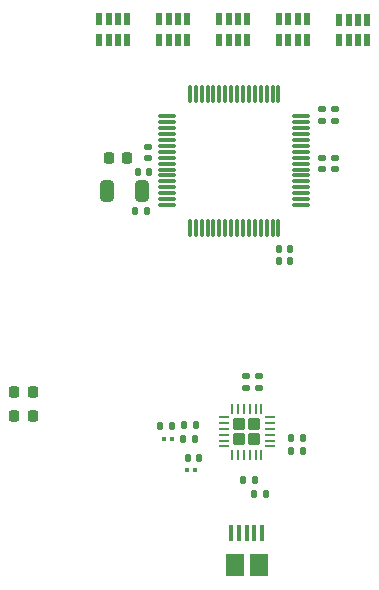
<source format=gbr>
%TF.GenerationSoftware,KiCad,Pcbnew,(6.0.10)*%
%TF.CreationDate,2023-01-10T15:23:54-05:00*%
%TF.ProjectId,cyton hat,6379746f-6e20-4686-9174-2e6b69636164,rev?*%
%TF.SameCoordinates,Original*%
%TF.FileFunction,Paste,Top*%
%TF.FilePolarity,Positive*%
%FSLAX46Y46*%
G04 Gerber Fmt 4.6, Leading zero omitted, Abs format (unit mm)*
G04 Created by KiCad (PCBNEW (6.0.10)) date 2023-01-10 15:23:54*
%MOMM*%
%LPD*%
G01*
G04 APERTURE LIST*
G04 Aperture macros list*
%AMRoundRect*
0 Rectangle with rounded corners*
0 $1 Rounding radius*
0 $2 $3 $4 $5 $6 $7 $8 $9 X,Y pos of 4 corners*
0 Add a 4 corners polygon primitive as box body*
4,1,4,$2,$3,$4,$5,$6,$7,$8,$9,$2,$3,0*
0 Add four circle primitives for the rounded corners*
1,1,$1+$1,$2,$3*
1,1,$1+$1,$4,$5*
1,1,$1+$1,$6,$7*
1,1,$1+$1,$8,$9*
0 Add four rect primitives between the rounded corners*
20,1,$1+$1,$2,$3,$4,$5,0*
20,1,$1+$1,$4,$5,$6,$7,0*
20,1,$1+$1,$6,$7,$8,$9,0*
20,1,$1+$1,$8,$9,$2,$3,0*%
G04 Aperture macros list end*
%ADD10RoundRect,0.225000X0.225000X0.250000X-0.225000X0.250000X-0.225000X-0.250000X0.225000X-0.250000X0*%
%ADD11RoundRect,0.218750X-0.218750X-0.256250X0.218750X-0.256250X0.218750X0.256250X-0.218750X0.256250X0*%
%ADD12RoundRect,0.037100X-0.227900X0.447900X-0.227900X-0.447900X0.227900X-0.447900X0.227900X0.447900X0*%
%ADD13RoundRect,0.037100X0.227900X-0.447900X0.227900X0.447900X-0.227900X0.447900X-0.227900X-0.447900X0*%
%ADD14RoundRect,0.147500X-0.147500X-0.172500X0.147500X-0.172500X0.147500X0.172500X-0.147500X0.172500X0*%
%ADD15RoundRect,0.140000X0.170000X-0.140000X0.170000X0.140000X-0.170000X0.140000X-0.170000X-0.140000X0*%
%ADD16RoundRect,0.140000X-0.170000X0.140000X-0.170000X-0.140000X0.170000X-0.140000X0.170000X0.140000X0*%
%ADD17RoundRect,0.135000X-0.185000X0.135000X-0.185000X-0.135000X0.185000X-0.135000X0.185000X0.135000X0*%
%ADD18RoundRect,0.135000X-0.135000X-0.185000X0.135000X-0.185000X0.135000X0.185000X-0.135000X0.185000X0*%
%ADD19RoundRect,0.140000X-0.140000X-0.170000X0.140000X-0.170000X0.140000X0.170000X-0.140000X0.170000X0*%
%ADD20RoundRect,0.250000X-0.275000X-0.275000X0.275000X-0.275000X0.275000X0.275000X-0.275000X0.275000X0*%
%ADD21RoundRect,0.062500X-0.350000X-0.062500X0.350000X-0.062500X0.350000X0.062500X-0.350000X0.062500X0*%
%ADD22RoundRect,0.062500X-0.062500X-0.350000X0.062500X-0.350000X0.062500X0.350000X-0.062500X0.350000X0*%
%ADD23RoundRect,0.079500X-0.079500X-0.100500X0.079500X-0.100500X0.079500X0.100500X-0.079500X0.100500X0*%
%ADD24R,0.400000X1.350000*%
%ADD25R,1.500000X1.900000*%
%ADD26RoundRect,0.135000X0.135000X0.185000X-0.135000X0.185000X-0.135000X-0.185000X0.135000X-0.185000X0*%
%ADD27RoundRect,0.075000X-0.075000X0.662500X-0.075000X-0.662500X0.075000X-0.662500X0.075000X0.662500X0*%
%ADD28RoundRect,0.075000X-0.662500X0.075000X-0.662500X-0.075000X0.662500X-0.075000X0.662500X0.075000X0*%
%ADD29RoundRect,0.135000X0.185000X-0.135000X0.185000X0.135000X-0.185000X0.135000X-0.185000X-0.135000X0*%
%ADD30RoundRect,0.079500X0.079500X0.100500X-0.079500X0.100500X-0.079500X-0.100500X0.079500X-0.100500X0*%
%ADD31RoundRect,0.147500X0.147500X0.172500X-0.147500X0.172500X-0.147500X-0.172500X0.147500X-0.172500X0*%
%ADD32RoundRect,0.250000X-0.325000X-0.650000X0.325000X-0.650000X0.325000X0.650000X-0.325000X0.650000X0*%
G04 APERTURE END LIST*
D10*
%TO.C,C13*%
X129603800Y-101625400D03*
X128053800Y-101625400D03*
%TD*%
D11*
%TO.C,D11*%
X120014800Y-123469400D03*
X121589800Y-123469400D03*
%TD*%
D12*
%TO.C,R2*%
X134683200Y-89916000D03*
X133883200Y-89916000D03*
X133083200Y-89916000D03*
X132283200Y-89916000D03*
D13*
X132283200Y-91666000D03*
X133083200Y-91666000D03*
X133883200Y-91666000D03*
X134683200Y-91666000D03*
%TD*%
D14*
%TO.C,D7*%
X134719200Y-127076200D03*
X135689200Y-127076200D03*
%TD*%
D15*
%TO.C,C14*%
X131343400Y-101648200D03*
X131343400Y-100688200D03*
%TD*%
D16*
%TO.C,C15*%
X147143900Y-97528000D03*
X147143900Y-98488000D03*
%TD*%
D17*
%TO.C,R6*%
X146102500Y-97496000D03*
X146102500Y-98516000D03*
%TD*%
D18*
%TO.C,R8*%
X134338600Y-125399800D03*
X135358600Y-125399800D03*
%TD*%
D12*
%TO.C,R1*%
X129603200Y-89916000D03*
X128803200Y-89916000D03*
X128003200Y-89916000D03*
X127203200Y-89916000D03*
D13*
X127203200Y-91666000D03*
X128003200Y-91666000D03*
X128803200Y-91666000D03*
X129603200Y-91666000D03*
%TD*%
D19*
%TO.C,C11*%
X130281800Y-106146600D03*
X131241800Y-106146600D03*
%TD*%
D14*
%TO.C,L1*%
X140355600Y-130073400D03*
X141325600Y-130073400D03*
%TD*%
D12*
%TO.C,R5*%
X149923200Y-89941400D03*
X149123200Y-89941400D03*
X148323200Y-89941400D03*
X147523200Y-89941400D03*
D13*
X147523200Y-91691400D03*
X148323200Y-91691400D03*
X149123200Y-91691400D03*
X149923200Y-91691400D03*
%TD*%
D19*
%TO.C,C19*%
X142392400Y-110388400D03*
X143352400Y-110388400D03*
%TD*%
D20*
%TO.C,U2*%
X139050000Y-125465600D03*
X139050000Y-124165600D03*
X140350000Y-124165600D03*
X140350000Y-125465600D03*
D21*
X137762500Y-123565600D03*
X137762500Y-124065600D03*
X137762500Y-124565600D03*
X137762500Y-125065600D03*
X137762500Y-125565600D03*
X137762500Y-126065600D03*
D22*
X138450000Y-126753100D03*
X138950000Y-126753100D03*
X139450000Y-126753100D03*
X139950000Y-126753100D03*
X140450000Y-126753100D03*
X140950000Y-126753100D03*
D21*
X141637500Y-126065600D03*
X141637500Y-125565600D03*
X141637500Y-125065600D03*
X141637500Y-124565600D03*
X141637500Y-124065600D03*
X141637500Y-123565600D03*
D22*
X140950000Y-122878100D03*
X140450000Y-122878100D03*
X139950000Y-122878100D03*
X139450000Y-122878100D03*
X138950000Y-122878100D03*
X138450000Y-122878100D03*
%TD*%
D23*
%TO.C,C17*%
X134671200Y-128066800D03*
X135361200Y-128066800D03*
%TD*%
D24*
%TO.C,CONN1*%
X138400000Y-133380300D03*
X139050000Y-133380300D03*
X139700000Y-133380300D03*
X140350000Y-133380300D03*
X141000000Y-133380300D03*
D25*
X138700000Y-136080300D03*
X140700000Y-136080300D03*
%TD*%
D16*
%TO.C,C10*%
X146075400Y-101650800D03*
X146075400Y-102610800D03*
%TD*%
D26*
%TO.C,R12*%
X144477200Y-126441200D03*
X143457200Y-126441200D03*
%TD*%
D19*
%TO.C,C16*%
X139400400Y-128879600D03*
X140360400Y-128879600D03*
%TD*%
D27*
%TO.C,U1*%
X142384900Y-96206300D03*
X141884900Y-96206300D03*
X141384900Y-96206300D03*
X140884900Y-96206300D03*
X140384900Y-96206300D03*
X139884900Y-96206300D03*
X139384900Y-96206300D03*
X138884900Y-96206300D03*
X138384900Y-96206300D03*
X137884900Y-96206300D03*
X137384900Y-96206300D03*
X136884900Y-96206300D03*
X136384900Y-96206300D03*
X135884900Y-96206300D03*
X135384900Y-96206300D03*
X134884900Y-96206300D03*
D28*
X132972400Y-98118800D03*
X132972400Y-98618800D03*
X132972400Y-99118800D03*
X132972400Y-99618800D03*
X132972400Y-100118800D03*
X132972400Y-100618800D03*
X132972400Y-101118800D03*
X132972400Y-101618800D03*
X132972400Y-102118800D03*
X132972400Y-102618800D03*
X132972400Y-103118800D03*
X132972400Y-103618800D03*
X132972400Y-104118800D03*
X132972400Y-104618800D03*
X132972400Y-105118800D03*
X132972400Y-105618800D03*
D27*
X134884900Y-107531300D03*
X135384900Y-107531300D03*
X135884900Y-107531300D03*
X136384900Y-107531300D03*
X136884900Y-107531300D03*
X137384900Y-107531300D03*
X137884900Y-107531300D03*
X138384900Y-107531300D03*
X138884900Y-107531300D03*
X139384900Y-107531300D03*
X139884900Y-107531300D03*
X140384900Y-107531300D03*
X140884900Y-107531300D03*
X141384900Y-107531300D03*
X141884900Y-107531300D03*
X142384900Y-107531300D03*
D28*
X144297400Y-105618800D03*
X144297400Y-105118800D03*
X144297400Y-104618800D03*
X144297400Y-104118800D03*
X144297400Y-103618800D03*
X144297400Y-103118800D03*
X144297400Y-102618800D03*
X144297400Y-102118800D03*
X144297400Y-101618800D03*
X144297400Y-101118800D03*
X144297400Y-100618800D03*
X144297400Y-100118800D03*
X144297400Y-99618800D03*
X144297400Y-99118800D03*
X144297400Y-98618800D03*
X144297400Y-98118800D03*
%TD*%
D11*
%TO.C,D10*%
X120014800Y-121462800D03*
X121589800Y-121462800D03*
%TD*%
D18*
%TO.C,R7*%
X134364000Y-124282200D03*
X135384000Y-124282200D03*
%TD*%
D29*
%TO.C,R10*%
X140766800Y-121107200D03*
X140766800Y-120087200D03*
%TD*%
D30*
%TO.C,C18*%
X133375400Y-125425200D03*
X132685400Y-125425200D03*
%TD*%
D16*
%TO.C,C8*%
X147142200Y-101650800D03*
X147142200Y-102610800D03*
%TD*%
D26*
%TO.C,R11*%
X144502600Y-125323600D03*
X143482600Y-125323600D03*
%TD*%
D31*
%TO.C,D8*%
X133350000Y-124307600D03*
X132380000Y-124307600D03*
%TD*%
D12*
%TO.C,R4*%
X144830600Y-89916000D03*
X144030600Y-89916000D03*
X143230600Y-89916000D03*
X142430600Y-89916000D03*
D13*
X142430600Y-91666000D03*
X143230600Y-91666000D03*
X144030600Y-91666000D03*
X144830600Y-91666000D03*
%TD*%
D19*
%TO.C,C6*%
X130485000Y-102844600D03*
X131445000Y-102844600D03*
%TD*%
D12*
%TO.C,R3*%
X139763200Y-89916000D03*
X138963200Y-89916000D03*
X138163200Y-89916000D03*
X137363200Y-89916000D03*
D13*
X137363200Y-91666000D03*
X138163200Y-91666000D03*
X138963200Y-91666000D03*
X139763200Y-91666000D03*
%TD*%
D19*
%TO.C,C21*%
X142392400Y-109347000D03*
X143352400Y-109347000D03*
%TD*%
D29*
%TO.C,R9*%
X139674600Y-121132600D03*
X139674600Y-120112600D03*
%TD*%
D32*
%TO.C,C12*%
X127861800Y-104470200D03*
X130811800Y-104470200D03*
%TD*%
M02*

</source>
